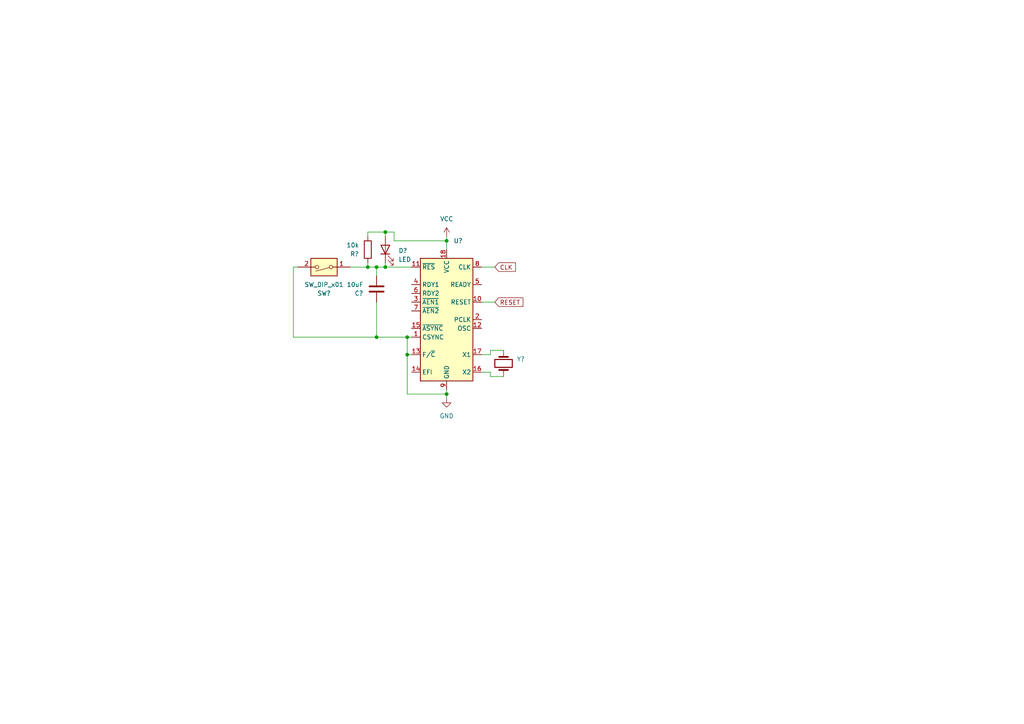
<source format=kicad_sch>
(kicad_sch (version 20211123) (generator eeschema)
  (paper "A4")
  (lib_symbols
    (symbol "Device:C" (pin_numbers hide) (pin_names (offset 0.254))
      (property "Reference" "C" (at 0.635 2.54 0))
      (property "Value" "C" (at 0.635 -2.54 0))
      (symbol "C_0_1"
        (polyline (pts (xy -2.032 -0.762) (xy 2.032 -0.762)) (stroke (width 0.508)))
        (polyline (pts (xy -2.032 0.762) (xy 2.032 0.762)) (stroke (width 0.508)))
      )
      (symbol "C_1_1"
        (pin passive line (at 0 3.81 270) (length 2.794) (name "~") (number "1"))
        (pin passive line (at 0 -3.81 90) (length 2.794) (name "~") (number "2"))
      )
    )
    (symbol "Device:Crystal" (pin_numbers hide) (pin_names (offset 1.016) hide)
      (property "Reference" "Y" (at 0 3.81 0))
      (property "Value" "Crystal" (at 0 -3.81 0))
      (symbol "Crystal_0_1"
        (rectangle (start -1.143 2.54) (end 1.143 -2.54) (stroke (width 0.3048)))
        (polyline (pts (xy -2.54 0) (xy -1.905 0)))
        (polyline (pts (xy -1.905 -1.27) (xy -1.905 1.27)) (stroke (width 0.508)))
        (polyline (pts (xy 1.905 -1.27) (xy 1.905 1.27)) (stroke (width 0.508)))
        (polyline (pts (xy 2.54 0) (xy 1.905 0)))
      )
      (symbol "Crystal_1_1"
        (pin passive line (at -3.81 0 0) (length 1.27) (name "1") (number "1"))
        (pin passive line (at 3.81 0 180) (length 1.27) (name "2") (number "2"))
      )
    )
    (symbol "Device:LED" (pin_numbers hide) (pin_names (offset 1.016) hide)
      (property "Reference" "D" (at 0 2.54 0))
      (property "Value" "LED" (at 0 -2.54 0))
      (symbol "LED_0_1"
        (polyline (pts (xy -1.27 -1.27) (xy -1.27 1.27)) (stroke (width 0.254)))
        (polyline (pts (xy -1.27 0) (xy 1.27 0)))
        (polyline (pts (xy 1.27 -1.27) (xy 1.27 1.27) (xy -1.27 0) (xy 1.27 -1.27)) (stroke (width 0.254)))
        (polyline (pts (xy -3.048 -0.762) (xy -4.572 -2.286) (xy -3.81 -2.286) (xy -4.572 -2.286) (xy -4.572 -1.524)))
        (polyline (pts (xy -1.778 -0.762) (xy -3.302 -2.286) (xy -2.54 -2.286) (xy -3.302 -2.286) (xy -3.302 -1.524)))
      )
      (symbol "LED_1_1"
        (pin passive line (at -3.81 0 0) (length 2.54) (name "K") (number "1"))
        (pin passive line (at 3.81 0 180) (length 2.54) (name "A") (number "2"))
      )
    )
    (symbol "Device:R" (pin_numbers hide) (pin_names (offset 0))
      (property "Reference" "R" (at 2.032 0 90))
      (property "Value" "R" (at 0 0 90))
      (symbol "R_0_1"
        (rectangle (start -1.016 -2.54) (end 1.016 2.54) (stroke (width 0.254)))
      )
      (symbol "R_1_1"
        (pin passive line (at 0 3.81 270) (length 1.27) (name "~") (number "1"))
        (pin passive line (at 0 -3.81 90) (length 1.27) (name "~") (number "2"))
      )
    )
    (symbol "Switch:SW_DIP_x01" (pin_names (offset 0) hide)
      (property "Reference" "SW" (at 0 3.81 0))
      (property "Value" "SW_DIP_x01" (at 0 -3.81 0))
      (symbol "SW_DIP_x01_0_0"
        (circle (center -2.032 0) (radius 0.508))
        (polyline (pts (xy -1.524 0.127) (xy 2.3622 1.1684)))
        (circle (center 2.032 0) (radius 0.508))
      )
      (symbol "SW_DIP_x01_0_1"
        (rectangle (start -3.81 2.54) (end 3.81 -2.54) (stroke (width 0.254)) (fill (type background)))
      )
      (symbol "SW_DIP_x01_1_1"
        (pin passive line (at -7.62 0 0) (length 5.08) (name "~") (number "1"))
        (pin passive line (at 7.62 0 180) (length 5.08) (name "~") (number "2"))
      )
    )
    (symbol "Timer:8284"
      (property "Reference" "U" (at -3.81 19.05 0))
      (property "Value" "8284" (at 2.54 19.05 0))
      (symbol "8284_0_0"
        (rectangle (start -7.62 -17.78) (end 7.62 17.78) (stroke (width 0.254)) (fill (type background)))
      )
      (symbol "8284_1_1"
        (pin input line (at -10.16 -5.08 0) (length 2.54) (name "CSYNC") (number "1"))
        (pin output line (at 10.16 5.08 180) (length 2.54) (name "RESET") (number "10"))
        (pin input line (at -10.16 15.24 0) (length 2.54) (name "~{RES}") (number "11"))
        (pin output line (at 10.16 -2.54 180) (length 2.54) (name "OSC") (number "12"))
        (pin input line (at -10.16 -10.16 0) (length 2.54) (name "F/~{C}") (number "13"))
        (pin input line (at -10.16 -15.24 0) (length 2.54) (name "EFI") (number "14"))
        (pin input line (at -10.16 -2.54 0) (length 2.54) (name "~{ASYNC}") (number "15"))
        (pin output line (at 10.16 -15.24 180) (length 2.54) (name "X2") (number "16"))
        (pin input line (at 10.16 -10.16 180) (length 2.54) (name "X1") (number "17"))
        (pin power_in line (at 0 20.32 270) (length 2.54) (name "VCC") (number "18"))
        (pin output line (at 10.16 0 180) (length 2.54) (name "PCLK") (number "2"))
        (pin input line (at -10.16 5.08 0) (length 2.54) (name "~{AEN1}") (number "3"))
        (pin input line (at -10.16 10.16 0) (length 2.54) (name "RDY1") (number "4"))
        (pin output line (at 10.16 10.16 180) (length 2.54) (name "READY") (number "5"))
        (pin input line (at -10.16 7.62 0) (length 2.54) (name "RDY2") (number "6"))
        (pin input line (at -10.16 2.54 0) (length 2.54) (name "~{AEN2}") (number "7"))
        (pin output line (at 10.16 15.24 180) (length 2.54) (name "CLK") (number "8"))
        (pin power_in line (at 0 -20.32 90) (length 2.54) (name "GND") (number "9"))
      )
    )
    (symbol "power:GND" (power) (pin_names (offset 0))
      (property "Value" "GND" (at 0 -3.81 0))
      (symbol "GND_0_1"
        (polyline (pts (xy 0 0) (xy 0 -1.27) (xy 1.27 -1.27) (xy 0 -2.54) (xy -1.27 -1.27) (xy 0 -1.27)))
      )
      (symbol "GND_1_1"
        (pin power_in line (at 0 0 270) (length 0) hide (name "GND") (number "1"))
      )
    )
    (symbol "power:VCC" (power) (pin_names (offset 0))
      (property "Value" "VCC" (at 0 3.81 0))
      (symbol "VCC_0_1"
        (polyline (pts (xy -0.762 1.27) (xy 0 2.54)))
        (polyline (pts (xy 0 0) (xy 0 2.54)))
        (polyline (pts (xy 0 2.54) (xy 0.762 1.27)))
      )
      (symbol "VCC_1_1"
        (pin power_in line (at 0 0 90) (length 0) hide (name "VCC") (number "1"))
      )
    )
  )
  (junction (at 118.11 102.87))
  (junction (at 111.76 77.47))
  (junction (at 106.68 77.47))
  (junction (at 111.76 67.31))
  (junction (at 109.22 77.47))
  (junction (at 129.54 69.85))
  (junction (at 129.54 114.3))
  (junction (at 109.22 97.79))
  (junction (at 118.11 97.79))
  (wire (pts (xy 142.24 109.22) (xy 142.24 107.95)))
  (wire (pts (xy 129.54 68.58) (xy 129.54 69.85)))
  (wire (pts (xy 85.09 97.79) (xy 109.22 97.79)))
  (wire (pts (xy 111.76 76.2) (xy 111.76 77.47)))
  (wire (pts (xy 114.3 67.31) (xy 111.76 67.31)))
  (wire (pts (xy 109.22 87.63) (xy 109.22 97.79)))
  (wire (pts (xy 118.11 102.87) (xy 118.11 114.3)))
  (wire (pts (xy 86.36 77.47) (xy 85.09 77.47)))
  (wire (pts (xy 101.6 77.47) (xy 106.68 77.47)))
  (wire (pts (xy 114.3 69.85) (xy 114.3 67.31)))
  (wire (pts (xy 129.54 113.03) (xy 129.54 114.3)))
  (wire (pts (xy 109.22 77.47) (xy 111.76 77.47)))
  (wire (pts (xy 146.05 109.22) (xy 142.24 109.22)))
  (wire (pts (xy 106.68 76.2) (xy 106.68 77.47)))
  (wire (pts (xy 109.22 97.79) (xy 118.11 97.79)))
  (wire (pts (xy 118.11 114.3) (xy 129.54 114.3)))
  (wire (pts (xy 139.7 102.87) (xy 142.24 102.87)))
  (wire (pts (xy 139.7 77.47) (xy 143.51 77.47)))
  (wire (pts (xy 139.7 87.63) (xy 143.51 87.63)))
  (wire (pts (xy 142.24 101.6) (xy 142.24 102.87)))
  (wire (pts (xy 129.54 69.85) (xy 129.54 72.39)))
  (wire (pts (xy 109.22 77.47) (xy 109.22 80.01)))
  (wire (pts (xy 111.76 77.47) (xy 119.38 77.47)))
  (wire (pts (xy 139.7 107.95) (xy 142.24 107.95)))
  (wire (pts (xy 111.76 67.31) (xy 111.76 68.58)))
  (wire (pts (xy 106.68 67.31) (xy 106.68 68.58)))
  (wire (pts (xy 129.54 114.3) (xy 129.54 115.57)))
  (wire (pts (xy 118.11 97.79) (xy 118.11 102.87)))
  (wire (pts (xy 118.11 102.87) (xy 119.38 102.87)))
  (wire (pts (xy 111.76 67.31) (xy 106.68 67.31)))
  (wire (pts (xy 119.38 97.79) (xy 118.11 97.79)))
  (wire (pts (xy 142.24 101.6) (xy 146.05 101.6)))
  (wire (pts (xy 129.54 69.85) (xy 114.3 69.85)))
  (wire (pts (xy 85.09 77.47) (xy 85.09 97.79)))
  (wire (pts (xy 106.68 77.47) (xy 109.22 77.47)))
  (global_label "CLK" (shape input) (at 143.51 77.47 0) (property "Intersheet References" "${INTERSHEET_REFS}" (effects hide)))
  (global_label "RESET" (shape input) (at 143.51 87.63 0) (property "Intersheet References" "${INTERSHEET_REFS}" (effects hide)))
  (symbol (lib_id "Switch:SW_DIP_x01") (at 93.98 77.47 180) (unit 1)
    (property "Reference" "SW?" (at 93.98 85.09 0))
    (property "Value" "SW_DIP_x01" (at 93.98 82.55 0))
  )
  (symbol (lib_id "Device:R") (at 106.68 72.39 180) (unit 1)
    (property "Reference" "R?" (at 104.14 73.6601 0) (effects (justify left)))
    (property "Value" "10k" (at 104.14 71.1201 0) (effects (justify left)))
  )
  (symbol (lib_id "Timer:8284") (at 129.54 92.71 0) (unit 1)
    (property "Reference" "U?" (at 131.5594 69.85 0) (effects (justify left)))
    (property "Datasheet" "http://www.cpu-galaxy.at/cpu/ram%20rom%20eprom/other_intel_chips/other_intel-Dateien/D8284A_Datasheet.pdf" (effects hide))
  )
  (symbol (lib_id "Device:Crystal") (at 146.05 105.41 90) (unit 1)
    (property "Reference" "Y?" (at 149.86 104.1399 90) (effects (justify right)))
  )
  (symbol (lib_id "power:VCC") (at 129.54 68.58 0) (unit 1)
    (property "Reference" "#PWR?" (effects hide))
  )
  (symbol (lib_id "Device:LED") (at 111.76 72.39 90) (unit 1)
    (property "Reference" "D?" (at 115.57 72.7074 90) (effects (justify right)))
    (property "Value" "LED" (at 115.57 75.2474 90) (effects (justify right)))
  )
  (symbol (lib_id "power:GND") (at 129.54 115.57 0) (unit 1)
    (property "Reference" "#PWR?" (effects hide))
  )
  (symbol (lib_id "Device:C") (at 109.22 83.82 180) (unit 1)
    (property "Reference" "C?" (at 105.41 85.0901 0) (effects (justify left)))
    (property "Value" "10uF" (at 105.41 82.5501 0) (effects (justify left)))
  )
)
</source>
